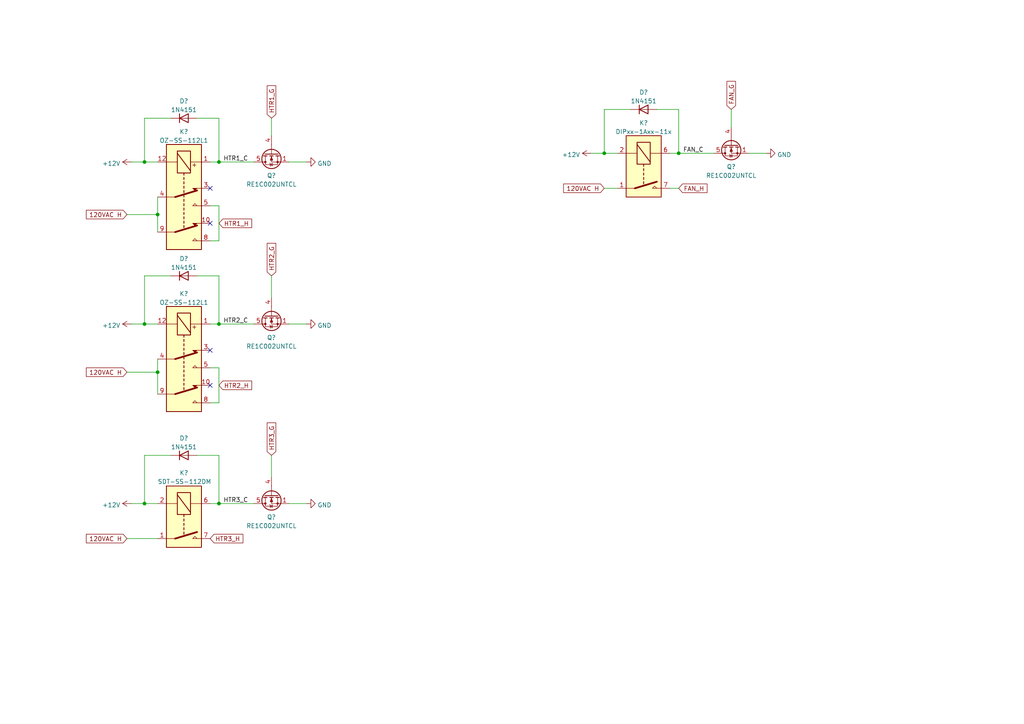
<source format=kicad_sch>
(kicad_sch (version 20211123) (generator eeschema)
  (paper "A4")
  (lib_symbols
    (symbol "Diode:1N4151" (pin_numbers hide) (pin_names hide)
      (property "Reference" "D" (at 0 2.54 0))
      (property "Value" "1N4151" (at 0 -2.54 0))
      (symbol "1N4151_0_1"
        (polyline (pts (xy -1.27 1.27) (xy -1.27 -1.27)) (stroke (width 0.254)))
        (polyline (pts (xy 1.27 0) (xy -1.27 0)))
        (polyline (pts (xy 1.27 1.27) (xy 1.27 -1.27) (xy -1.27 0) (xy 1.27 1.27)) (stroke (width 0.254)))
      )
      (symbol "1N4151_1_1"
        (pin passive line (at -3.81 0 0) (length 2.54) (name "K") (number "1"))
        (pin passive line (at 3.81 0 180) (length 2.54) (name "A") (number "2"))
      )
    )
    (symbol "Relay:DIPxx-1Axx-11x"
      (property "Reference" "K" (at 8.89 3.81 0))
      (property "Value" "DIPxx-1Axx-11x" (at 8.89 1.27 0))
      (symbol "DIPxx-1Axx-11x_0_0"
        (polyline (pts (xy 5.08 5.08) (xy 5.08 2.54) (xy 4.445 3.175) (xy 5.08 3.81)))
      )
      (symbol "DIPxx-1Axx-11x_0_1"
        (rectangle (start -10.16 5.08) (end 7.62 -5.08) (stroke (width 0.254)) (fill (type background)))
        (rectangle (start -8.255 1.905) (end -1.905 -1.905) (stroke (width 0.254)))
        (polyline (pts (xy -7.62 -1.905) (xy -2.54 1.905)) (stroke (width 0.254)))
        (polyline (pts (xy -5.08 -5.08) (xy -5.08 -1.905)))
        (polyline (pts (xy -5.08 5.08) (xy -5.08 1.905)))
        (polyline (pts (xy -1.905 0) (xy -1.27 0)) (stroke (width 0.254)))
        (polyline (pts (xy -0.635 0) (xy 0 0)) (stroke (width 0.254)))
        (polyline (pts (xy 0.635 0) (xy 1.27 0)) (stroke (width 0.254)))
        (polyline (pts (xy 1.905 0) (xy 2.54 0)) (stroke (width 0.254)))
        (polyline (pts (xy 3.175 0) (xy 3.81 0)) (stroke (width 0.254)))
        (polyline (pts (xy 5.08 -2.54) (xy 3.175 3.81)) (stroke (width 0.508)))
        (polyline (pts (xy 5.08 -2.54) (xy 5.08 -5.08)))
      )
      (symbol "DIPxx-1Axx-11x_1_1"
        (pin passive line (at 5.08 -7.62 90) (length 2.54) (name "~") (number "1"))
        (pin passive line (at 5.08 -7.62 90) (length 2.54) hide (name "~") (number "14"))
        (pin passive line (at -5.08 -7.62 90) (length 2.54) (name "~") (number "2"))
        (pin passive line (at -5.08 7.62 270) (length 2.54) (name "~") (number "6"))
        (pin passive line (at 5.08 7.62 270) (length 2.54) (name "~") (number "7"))
        (pin passive line (at 5.08 7.62 270) (length 2.54) hide (name "~") (number "8"))
      )
    )
    (symbol "Relay:EE2-3NU"
      (property "Reference" "K" (at 15.24 8.89 0))
      (property "Value" "EE2-3NU" (at 19.05 6.35 0))
      (symbol "EE2-3NU_1_1"
        (rectangle (start -15.24 5.08) (end 15.24 -5.08) (stroke (width 0.254)) (fill (type background)))
        (rectangle (start -13.335 1.905) (end -6.985 -1.905) (stroke (width 0.254)))
        (polyline (pts (xy -12.7 -1.905) (xy -7.62 1.905)) (stroke (width 0.254)))
        (polyline (pts (xy -10.16 -5.08) (xy -10.16 -1.905)))
        (polyline (pts (xy -10.16 5.08) (xy -10.16 1.905)))
        (polyline (pts (xy -6.985 0) (xy -6.35 0)) (stroke (width 0.254)))
        (polyline (pts (xy -5.715 0) (xy -5.08 0)) (stroke (width 0.254)))
        (polyline (pts (xy -4.445 0) (xy -3.81 0)) (stroke (width 0.254)))
        (polyline (pts (xy -3.175 0) (xy -2.54 0)) (stroke (width 0.254)))
        (polyline (pts (xy -1.905 0) (xy -1.27 0)) (stroke (width 0.254)))
        (polyline (pts (xy -0.635 0) (xy 0 0)) (stroke (width 0.254)))
        (polyline (pts (xy 0 -2.54) (xy -1.905 3.81)) (stroke (width 0.508)))
        (polyline (pts (xy 0 -2.54) (xy 0 -5.08)))
        (polyline (pts (xy 0.635 0) (xy 1.27 0)) (stroke (width 0.254)))
        (polyline (pts (xy 1.905 0) (xy 2.54 0)) (stroke (width 0.254)))
        (polyline (pts (xy 3.175 0) (xy 3.81 0)) (stroke (width 0.254)))
        (polyline (pts (xy 4.445 0) (xy 5.08 0)) (stroke (width 0.254)))
        (polyline (pts (xy 5.715 0) (xy 6.35 0)) (stroke (width 0.254)))
        (polyline (pts (xy 6.985 0) (xy 7.62 0)) (stroke (width 0.254)))
        (polyline (pts (xy 8.255 0) (xy 8.89 0)) (stroke (width 0.254)))
        (polyline (pts (xy 10.16 -2.54) (xy 8.255 3.81)) (stroke (width 0.508)))
        (polyline (pts (xy 10.16 -2.54) (xy 10.16 -5.08)))
        (polyline (pts (xy -2.54 5.08) (xy -2.54 2.54) (xy -1.905 3.175) (xy -2.54 3.81)) (fill (type outline)))
        (polyline (pts (xy 2.54 5.08) (xy 2.54 2.54) (xy 1.905 3.175) (xy 2.54 3.81)))
        (polyline (pts (xy 7.62 5.08) (xy 7.62 2.54) (xy 8.255 3.175) (xy 7.62 3.81)) (fill (type outline)))
        (polyline (pts (xy 12.7 5.08) (xy 12.7 2.54) (xy 12.065 3.175) (xy 12.7 3.81)))
        (text "+" (at -9.271 2.921 0) (effects (font (size 1.27 1.27))))
        (pin passive line (at -10.16 7.62 270) (length 2.54) (name "~") (number "1"))
        (pin passive line (at 7.62 7.62 270) (length 2.54) (name "~") (number "10"))
        (pin passive line (at -10.16 -7.62 90) (length 2.54) (name "~") (number "12"))
        (pin passive line (at -2.54 7.62 270) (length 2.54) (name "~") (number "3"))
        (pin passive line (at 0 -7.62 90) (length 2.54) (name "~") (number "4"))
        (pin passive line (at 2.54 7.62 270) (length 2.54) (name "~") (number "5"))
        (pin passive line (at 12.7 7.62 270) (length 2.54) (name "~") (number "8"))
        (pin passive line (at 10.16 -7.62 90) (length 2.54) (name "~") (number "9"))
      )
    )
    (symbol "Transistor_FET:BUK7M6R3-40EX" (pin_names hide)
      (property "Reference" "Q" (at 5.08 1.905 0))
      (property "Value" "BUK7M6R3-40EX" (at 5.08 0 0))
      (symbol "BUK7M6R3-40EX_0_1"
        (polyline (pts (xy 0.254 0) (xy -2.54 0)))
        (polyline (pts (xy 0.254 1.905) (xy 0.254 -1.905)) (stroke (width 0.254)))
        (polyline (pts (xy 0.762 -1.27) (xy 0.762 -2.286)) (stroke (width 0.254)))
        (polyline (pts (xy 0.762 0.508) (xy 0.762 -0.508)) (stroke (width 0.254)))
        (polyline (pts (xy 0.762 2.286) (xy 0.762 1.27)) (stroke (width 0.254)))
        (polyline (pts (xy 2.54 2.54) (xy 2.54 1.778)))
        (polyline (pts (xy 2.54 -2.54) (xy 2.54 0) (xy 0.762 0)))
        (polyline (pts (xy 0.762 -1.778) (xy 3.302 -1.778) (xy 3.302 1.778) (xy 0.762 1.778)))
        (polyline (pts (xy 1.016 0) (xy 2.032 0.381) (xy 2.032 -0.381) (xy 1.016 0)) (fill (type outline)))
        (polyline (pts (xy 2.794 0.508) (xy 2.921 0.381) (xy 3.683 0.381) (xy 3.81 0.254)))
        (polyline (pts (xy 3.302 0.381) (xy 2.921 -0.254) (xy 3.683 -0.254) (xy 3.302 0.381)))
        (circle (center 1.651 0) (radius 2.794) (stroke (width 0.254)))
        (circle (center 2.54 -1.778) (radius 0.254) (fill (type outline)))
        (circle (center 2.54 1.778) (radius 0.254) (fill (type outline)))
      )
      (symbol "BUK7M6R3-40EX_1_1"
        (pin passive line (at 2.54 -5.08 90) (length 2.54) (name "S") (number "1"))
        (pin passive line (at 2.54 -5.08 90) (length 2.54) hide (name "S") (number "2"))
        (pin passive line (at 2.54 -5.08 90) (length 2.54) hide (name "S") (number "3"))
        (pin passive line (at -5.08 0 0) (length 2.54) (name "G") (number "4"))
        (pin passive line (at 2.54 5.08 270) (length 2.54) (name "D") (number "5"))
      )
    )
    (symbol "power:+12V" (power) (pin_names (offset 0))
      (property "Value" "+12V" (at 0 3.556 0))
      (symbol "+12V_0_1"
        (polyline (pts (xy -0.762 1.27) (xy 0 2.54)))
        (polyline (pts (xy 0 0) (xy 0 2.54)))
        (polyline (pts (xy 0 2.54) (xy 0.762 1.27)))
      )
      (symbol "+12V_1_1"
        (pin power_in line (at 0 0 90) (length 0) hide (name "+12V") (number "1"))
      )
    )
    (symbol "power:GND" (power) (pin_names (offset 0))
      (property "Value" "GND" (at 0 -3.81 0))
      (symbol "GND_0_1"
        (polyline (pts (xy 0 0) (xy 0 -1.27) (xy 1.27 -1.27) (xy 0 -2.54) (xy -1.27 -1.27) (xy 0 -1.27)))
      )
      (symbol "GND_1_1"
        (pin power_in line (at 0 0 270) (length 0) hide (name "GND") (number "1"))
      )
    )
  )
  (junction (at 175.26 44.45))
  (junction (at 196.85 44.45))
  (junction (at 63.5 146.05))
  (junction (at 63.5 46.99))
  (junction (at 41.91 46.99))
  (junction (at 41.91 93.98))
  (junction (at 63.5 93.98))
  (junction (at 45.72 62.23))
  (junction (at 41.91 146.05))
  (junction (at 45.72 107.95))
  (no_connect (at 60.96 64.77))
  (no_connect (at 60.96 101.6))
  (no_connect (at 60.96 54.61))
  (no_connect (at 60.96 111.76))
  (wire (pts (xy 49.53 80.01) (xy 41.91 80.01)))
  (wire (pts (xy 83.82 93.98) (xy 88.9 93.98)))
  (wire (pts (xy 41.91 146.05) (xy 45.72 146.05)))
  (wire (pts (xy 78.74 80.01) (xy 78.74 86.36)))
  (wire (pts (xy 63.5 146.05) (xy 73.66 146.05)))
  (wire (pts (xy 175.26 44.45) (xy 179.07 44.45)))
  (wire (pts (xy 45.72 62.23) (xy 45.72 67.31)))
  (wire (pts (xy 41.91 132.08) (xy 41.91 146.05)))
  (wire (pts (xy 63.5 93.98) (xy 73.66 93.98)))
  (wire (pts (xy 49.53 34.29) (xy 41.91 34.29)))
  (wire (pts (xy 57.15 80.01) (xy 63.5 80.01)))
  (wire (pts (xy 196.85 44.45) (xy 207.01 44.45)))
  (wire (pts (xy 41.91 93.98) (xy 45.72 93.98)))
  (wire (pts (xy 63.5 46.99) (xy 73.66 46.99)))
  (wire (pts (xy 60.96 59.69) (xy 63.5 59.69)))
  (wire (pts (xy 38.1 93.98) (xy 41.91 93.98)))
  (wire (pts (xy 212.09 31.75) (xy 212.09 36.83)))
  (wire (pts (xy 196.85 31.75) (xy 196.85 44.45)))
  (wire (pts (xy 57.15 34.29) (xy 63.5 34.29)))
  (wire (pts (xy 194.31 54.61) (xy 196.85 54.61)))
  (wire (pts (xy 63.5 59.69) (xy 63.5 69.85)))
  (wire (pts (xy 63.5 106.68) (xy 63.5 116.84)))
  (wire (pts (xy 36.83 156.21) (xy 45.72 156.21)))
  (wire (pts (xy 83.82 146.05) (xy 88.9 146.05)))
  (wire (pts (xy 63.5 34.29) (xy 63.5 46.99)))
  (wire (pts (xy 63.5 46.99) (xy 60.96 46.99)))
  (wire (pts (xy 78.74 34.29) (xy 78.74 39.37)))
  (wire (pts (xy 63.5 69.85) (xy 60.96 69.85)))
  (wire (pts (xy 45.72 104.14) (xy 45.72 107.95)))
  (wire (pts (xy 78.74 132.08) (xy 78.74 138.43)))
  (wire (pts (xy 36.83 107.95) (xy 45.72 107.95)))
  (wire (pts (xy 175.26 31.75) (xy 175.26 44.45)))
  (wire (pts (xy 38.1 146.05) (xy 41.91 146.05)))
  (wire (pts (xy 41.91 34.29) (xy 41.91 46.99)))
  (wire (pts (xy 41.91 46.99) (xy 45.72 46.99)))
  (wire (pts (xy 175.26 54.61) (xy 179.07 54.61)))
  (wire (pts (xy 38.1 46.99) (xy 41.91 46.99)))
  (wire (pts (xy 60.96 106.68) (xy 63.5 106.68)))
  (wire (pts (xy 63.5 93.98) (xy 60.96 93.98)))
  (wire (pts (xy 63.5 116.84) (xy 60.96 116.84)))
  (wire (pts (xy 45.72 107.95) (xy 45.72 114.3)))
  (wire (pts (xy 196.85 44.45) (xy 194.31 44.45)))
  (wire (pts (xy 171.45 44.45) (xy 175.26 44.45)))
  (wire (pts (xy 182.88 31.75) (xy 175.26 31.75)))
  (wire (pts (xy 63.5 132.08) (xy 63.5 146.05)))
  (wire (pts (xy 83.82 46.99) (xy 88.9 46.99)))
  (wire (pts (xy 41.91 80.01) (xy 41.91 93.98)))
  (wire (pts (xy 217.17 44.45) (xy 222.25 44.45)))
  (wire (pts (xy 63.5 80.01) (xy 63.5 93.98)))
  (wire (pts (xy 36.83 62.23) (xy 45.72 62.23)))
  (wire (pts (xy 63.5 146.05) (xy 60.96 146.05)))
  (wire (pts (xy 45.72 57.15) (xy 45.72 62.23)))
  (wire (pts (xy 49.53 132.08) (xy 41.91 132.08)))
  (wire (pts (xy 190.5 31.75) (xy 196.85 31.75)))
  (wire (pts (xy 57.15 132.08) (xy 63.5 132.08)))
  (label "FAN_C" (at 198.12 44.45 0))
  (label "HTR2_C" (at 64.77 93.98 0))
  (label "HTR1_C" (at 64.77 46.99 0))
  (label "HTR3_C" (at 64.77 146.05 0))
  (global_label "120VAC H" (shape input) (at 36.83 62.23 180) (property "Intersheet References" "${INTERSHEET_REFS}" (effects hide)))
  (global_label "HTR2_H" (shape input) (at 63.5 111.76 0) (property "Intersheet References" "${INTERSHEET_REFS}" (effects hide)))
  (global_label "120VAC H" (shape input) (at 36.83 107.95 180) (property "Intersheet References" "${INTERSHEET_REFS}" (effects hide)))
  (global_label "FAN_G" (shape input) (at 212.09 31.75 90) (property "Intersheet References" "${INTERSHEET_REFS}" (effects hide)))
  (global_label "HTR3_G" (shape input) (at 78.74 132.08 90) (property "Intersheet References" "${INTERSHEET_REFS}" (effects hide)))
  (global_label "HTR3_H" (shape input) (at 60.96 156.21 0) (property "Intersheet References" "${INTERSHEET_REFS}" (effects hide)))
  (global_label "120VAC H" (shape input) (at 175.26 54.61 180) (property "Intersheet References" "${INTERSHEET_REFS}" (effects hide)))
  (global_label "HTR1_H" (shape input) (at 63.5 64.77 0) (property "Intersheet References" "${INTERSHEET_REFS}" (effects hide)))
  (global_label "120VAC H" (shape input) (at 36.83 156.21 180) (property "Intersheet References" "${INTERSHEET_REFS}" (effects hide)))
  (global_label "HTR1_G" (shape input) (at 78.74 34.29 90) (property "Intersheet References" "${INTERSHEET_REFS}" (effects hide)))
  (global_label "FAN_H" (shape input) (at 196.85 54.61 0) (property "Intersheet References" "${INTERSHEET_REFS}" (effects hide)))
  (global_label "HTR2_G" (shape input) (at 78.74 80.01 90) (property "Intersheet References" "${INTERSHEET_REFS}" (effects hide)))
  (symbol (lib_id "power:+12V") (at 171.45 44.45 90) (unit 1)
    (property "Reference" "#PWR?" (effects hide))
    (property "Value" "+12V" (at 168.275 44.8838 90) (effects (justify left)))
  )
  (symbol (lib_id "power:+12V") (at 38.1 93.98 90) (unit 1)
    (property "Reference" "#PWR?" (effects hide))
    (property "Value" "+12V" (at 34.925 94.4138 90) (effects (justify left)))
  )
  (symbol (lib_id "Transistor_FET:BUK7M6R3-40EX") (at 78.74 91.44 90) (mirror x) (unit 1)
    (property "Reference" "Q?" (at 78.74 97.9154 90))
    (property "Value" "RE1C002UNTCL" (at 78.74 100.4523 90))
    (property "Footprint" "Package_TO_SOT_SMD:LFPAK33" (effects hide))
    (property "Datasheet" "https://assets.nexperia.com/documents/data-sheet/BUK7M6R3-40E.pdf" (effects hide))
  )
  (symbol (lib_id "power:GND") (at 222.25 44.45 90) (unit 1)
    (property "Reference" "#PWR?" (effects hide))
    (property "Value" "GND" (at 225.425 44.8838 90) (effects (justify right)))
  )
  (symbol (lib_id "power:+12V") (at 38.1 146.05 90) (unit 1)
    (property "Reference" "#PWR?" (effects hide))
    (property "Value" "+12V" (at 34.925 146.4838 90) (effects (justify left)))
  )
  (symbol (lib_id "Relay:DIPxx-1Axx-11x") (at 53.34 151.13 270) (unit 1)
    (property "Reference" "K?" (at 52.07 137.16 90) (effects (justify left)))
    (property "Value" "SDT-SS-112DM" (at 45.72 139.7 90) (effects (justify left)))
    (property "Footprint" "Relay_THT:Relay_StandexMeder_DIP_LowProfile" (effects hide))
    (property "Datasheet" "https://standexelectronics.com/wp-content/uploads/datasheet_reed_relay_DIP.pdf" (effects hide))
  )
  (symbol (lib_id "Transistor_FET:BUK7M6R3-40EX") (at 212.09 41.91 90) (mirror x) (unit 1)
    (property "Reference" "Q?" (at 212.09 48.3854 90))
    (property "Value" "RE1C002UNTCL" (at 212.09 50.9223 90))
    (property "Footprint" "Package_TO_SOT_SMD:LFPAK33" (effects hide))
    (property "Datasheet" "https://assets.nexperia.com/documents/data-sheet/BUK7M6R3-40E.pdf" (effects hide))
  )
  (symbol (lib_id "Transistor_FET:BUK7M6R3-40EX") (at 78.74 143.51 90) (mirror x) (unit 1)
    (property "Reference" "Q?" (at 78.74 149.9854 90))
    (property "Value" "RE1C002UNTCL" (at 78.74 152.5223 90))
    (property "Footprint" "Package_TO_SOT_SMD:LFPAK33" (effects hide))
    (property "Datasheet" "https://assets.nexperia.com/documents/data-sheet/BUK7M6R3-40E.pdf" (effects hide))
  )
  (symbol (lib_id "Relay:EE2-3NU") (at 53.34 104.14 270) (unit 1)
    (property "Reference" "K?" (at 53.34 85.2002 90))
    (property "Value" "OZ-SS-112L1" (at 53.34 87.7371 90))
    (property "Footprint" "Relay_SMD:Relay_DPDT_Kemet_EE2_NU" (effects hide))
    (property "Datasheet" "https://content.kemet.com/datasheets/KEM_R7002_EC2_EE2.pdf" (effects hide))
  )
  (symbol (lib_id "power:GND") (at 88.9 93.98 90) (unit 1)
    (property "Reference" "#PWR?" (effects hide))
    (property "Value" "GND" (at 92.075 94.4138 90) (effects (justify right)))
  )
  (symbol (lib_id "Diode:1N4151") (at 53.34 132.08 0) (unit 1)
    (property "Reference" "D?" (at 53.34 127.1102 0))
    (property "Value" "1N4151" (at 53.34 129.6471 0))
    (property "Footprint" "Diode_THT:D_DO-35_SOD27_P7.62mm_Horizontal" (effects hide))
    (property "Datasheet" "http://www.microsemi.com/document-portal/doc_view/11580-lds-0239" (effects hide))
  )
  (symbol (lib_id "power:+12V") (at 38.1 46.99 90) (unit 1)
    (property "Reference" "#PWR?" (effects hide))
    (property "Value" "+12V" (at 34.925 47.4238 90) (effects (justify left)))
  )
  (symbol (lib_id "power:GND") (at 88.9 146.05 90) (unit 1)
    (property "Reference" "#PWR?" (effects hide))
    (property "Value" "GND" (at 92.075 146.4838 90) (effects (justify right)))
  )
  (symbol (lib_id "Relay:EE2-3NU") (at 53.34 57.15 270) (unit 1)
    (property "Reference" "K?" (at 53.34 38.2102 90))
    (property "Value" "OZ-SS-112L1" (at 53.34 40.7471 90))
    (property "Footprint" "Relay_SMD:Relay_DPDT_Kemet_EE2_NU" (effects hide))
    (property "Datasheet" "https://content.kemet.com/datasheets/KEM_R7002_EC2_EE2.pdf" (effects hide))
  )
  (symbol (lib_id "Diode:1N4151") (at 186.69 31.75 0) (unit 1)
    (property "Reference" "D?" (at 186.69 26.7802 0))
    (property "Value" "1N4151" (at 186.69 29.3171 0))
    (property "Footprint" "Diode_THT:D_DO-35_SOD27_P7.62mm_Horizontal" (effects hide))
    (property "Datasheet" "http://www.microsemi.com/document-portal/doc_view/11580-lds-0239" (effects hide))
  )
  (symbol (lib_id "Transistor_FET:BUK7M6R3-40EX") (at 78.74 44.45 90) (mirror x) (unit 1)
    (property "Reference" "Q?" (at 78.74 50.9254 90))
    (property "Value" "RE1C002UNTCL" (at 78.74 53.4623 90))
    (property "Footprint" "Package_TO_SOT_SMD:LFPAK33" (effects hide))
    (property "Datasheet" "https://assets.nexperia.com/documents/data-sheet/BUK7M6R3-40E.pdf" (effects hide))
  )
  (symbol (lib_id "Diode:1N4151") (at 53.34 34.29 0) (unit 1)
    (property "Reference" "D?" (at 53.34 29.3202 0))
    (property "Value" "1N4151" (at 53.34 31.8571 0))
    (property "Footprint" "Diode_THT:D_DO-35_SOD27_P7.62mm_Horizontal" (effects hide))
    (property "Datasheet" "http://www.microsemi.com/document-portal/doc_view/11580-lds-0239" (effects hide))
  )
  (symbol (lib_id "Diode:1N4151") (at 53.34 80.01 0) (unit 1)
    (property "Reference" "D?" (at 53.34 75.0402 0))
    (property "Value" "1N4151" (at 53.34 77.5771 0))
    (property "Footprint" "Diode_THT:D_DO-35_SOD27_P7.62mm_Horizontal" (effects hide))
    (property "Datasheet" "http://www.microsemi.com/document-portal/doc_view/11580-lds-0239" (effects hide))
  )
  (symbol (lib_id "power:GND") (at 88.9 46.99 90) (unit 1)
    (property "Reference" "#PWR?" (effects hide))
    (property "Value" "GND" (at 92.075 47.4238 90) (effects (justify right)))
  )
  (symbol (lib_id "Relay:DIPxx-1Axx-11x") (at 186.69 49.53 270) (unit 1)
    (property "Reference" "K?" (at 186.69 35.6702 90))
    (property "Value" "DIPxx-1Axx-11x" (at 186.69 38.2071 90))
    (property "Footprint" "Relay_THT:Relay_StandexMeder_DIP_LowProfile" (effects hide))
    (property "Datasheet" "https://standexelectronics.com/wp-content/uploads/datasheet_reed_relay_DIP.pdf" (effects hide))
  )
)
</source>
